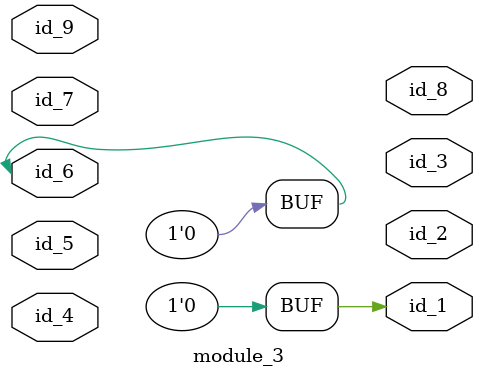
<source format=v>
module module_0 (
    id_1,
    id_2,
    id_3,
    id_4
);
  inout wire id_4;
  input wire id_3;
  input wire id_2;
  input wire id_1;
  wire id_5;
  module_2 modCall_1 ();
endmodule
module module_1 (
    id_1,
    id_2
);
  inout wire id_2;
  output wire id_1;
  `define pp_3 0
  module_0 modCall_1 (
      id_2,
      id_2,
      id_2,
      id_2
  );
endmodule
module module_2;
  wire id_1, id_2;
  wire id_3;
  wire id_4, id_5, id_6, id_7;
endmodule
module module_3 (
    id_1,
    id_2,
    id_3,
    id_4,
    id_5,
    id_6,
    id_7,
    id_8,
    id_9
);
  inout wire id_9;
  output wire id_8;
  input wire id_7;
  input wire id_6;
  inout wire id_5;
  inout wire id_4;
  output wire id_3;
  output wire id_2;
  output wire id_1;
  assign id_1 = id_6;
  module_2 modCall_1 ();
  always id_1 = !-1;
  wire id_10;
endmodule

</source>
